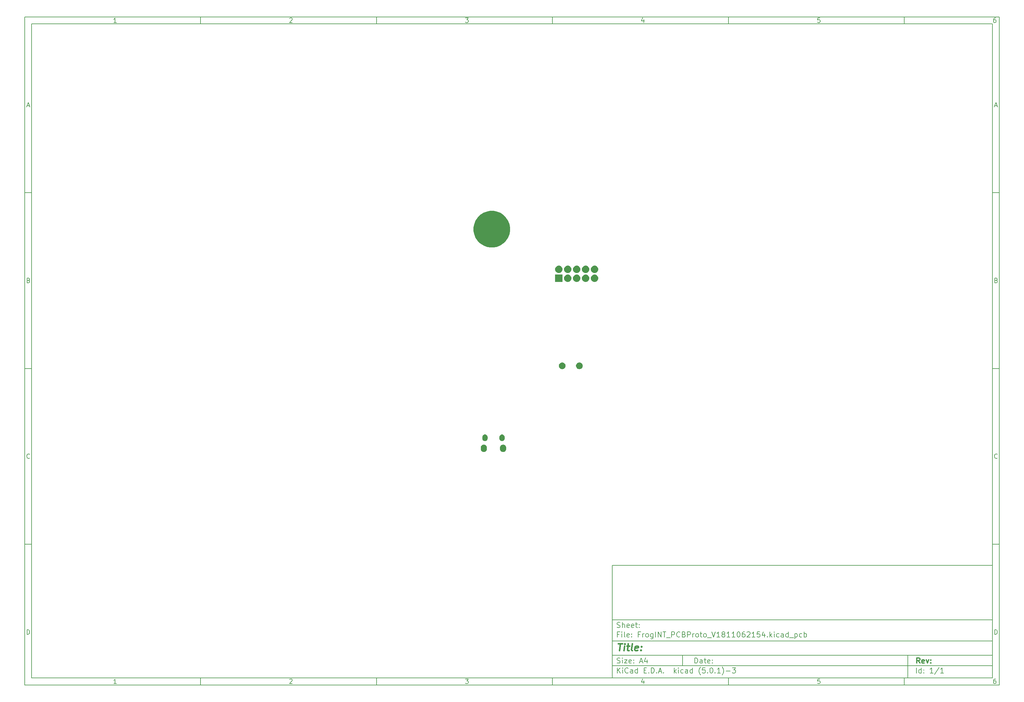
<source format=gbs>
G04 #@! TF.GenerationSoftware,KiCad,Pcbnew,(5.0.1)-3*
G04 #@! TF.CreationDate,2019-01-21T14:12:36+01:00*
G04 #@! TF.ProjectId,FrogINT_PCBProto_V1811062154,46726F67494E545F50434250726F746F,rev?*
G04 #@! TF.SameCoordinates,Original*
G04 #@! TF.FileFunction,Soldermask,Bot*
G04 #@! TF.FilePolarity,Negative*
%FSLAX46Y46*%
G04 Gerber Fmt 4.6, Leading zero omitted, Abs format (unit mm)*
G04 Created by KiCad (PCBNEW (5.0.1)-3) date 21/01/2019 14:12:36*
%MOMM*%
%LPD*%
G01*
G04 APERTURE LIST*
%ADD10C,0.100000*%
%ADD11C,0.150000*%
%ADD12C,0.300000*%
%ADD13C,0.400000*%
G04 APERTURE END LIST*
D10*
D11*
X177002200Y-166007200D02*
X177002200Y-198007200D01*
X285002200Y-198007200D01*
X285002200Y-166007200D01*
X177002200Y-166007200D01*
D10*
D11*
X10000000Y-10000000D02*
X10000000Y-200007200D01*
X287002200Y-200007200D01*
X287002200Y-10000000D01*
X10000000Y-10000000D01*
D10*
D11*
X12000000Y-12000000D02*
X12000000Y-198007200D01*
X285002200Y-198007200D01*
X285002200Y-12000000D01*
X12000000Y-12000000D01*
D10*
D11*
X60000000Y-12000000D02*
X60000000Y-10000000D01*
D10*
D11*
X110000000Y-12000000D02*
X110000000Y-10000000D01*
D10*
D11*
X160000000Y-12000000D02*
X160000000Y-10000000D01*
D10*
D11*
X210000000Y-12000000D02*
X210000000Y-10000000D01*
D10*
D11*
X260000000Y-12000000D02*
X260000000Y-10000000D01*
D10*
D11*
X36065476Y-11588095D02*
X35322619Y-11588095D01*
X35694047Y-11588095D02*
X35694047Y-10288095D01*
X35570238Y-10473809D01*
X35446428Y-10597619D01*
X35322619Y-10659523D01*
D10*
D11*
X85322619Y-10411904D02*
X85384523Y-10350000D01*
X85508333Y-10288095D01*
X85817857Y-10288095D01*
X85941666Y-10350000D01*
X86003571Y-10411904D01*
X86065476Y-10535714D01*
X86065476Y-10659523D01*
X86003571Y-10845238D01*
X85260714Y-11588095D01*
X86065476Y-11588095D01*
D10*
D11*
X135260714Y-10288095D02*
X136065476Y-10288095D01*
X135632142Y-10783333D01*
X135817857Y-10783333D01*
X135941666Y-10845238D01*
X136003571Y-10907142D01*
X136065476Y-11030952D01*
X136065476Y-11340476D01*
X136003571Y-11464285D01*
X135941666Y-11526190D01*
X135817857Y-11588095D01*
X135446428Y-11588095D01*
X135322619Y-11526190D01*
X135260714Y-11464285D01*
D10*
D11*
X185941666Y-10721428D02*
X185941666Y-11588095D01*
X185632142Y-10226190D02*
X185322619Y-11154761D01*
X186127380Y-11154761D01*
D10*
D11*
X236003571Y-10288095D02*
X235384523Y-10288095D01*
X235322619Y-10907142D01*
X235384523Y-10845238D01*
X235508333Y-10783333D01*
X235817857Y-10783333D01*
X235941666Y-10845238D01*
X236003571Y-10907142D01*
X236065476Y-11030952D01*
X236065476Y-11340476D01*
X236003571Y-11464285D01*
X235941666Y-11526190D01*
X235817857Y-11588095D01*
X235508333Y-11588095D01*
X235384523Y-11526190D01*
X235322619Y-11464285D01*
D10*
D11*
X285941666Y-10288095D02*
X285694047Y-10288095D01*
X285570238Y-10350000D01*
X285508333Y-10411904D01*
X285384523Y-10597619D01*
X285322619Y-10845238D01*
X285322619Y-11340476D01*
X285384523Y-11464285D01*
X285446428Y-11526190D01*
X285570238Y-11588095D01*
X285817857Y-11588095D01*
X285941666Y-11526190D01*
X286003571Y-11464285D01*
X286065476Y-11340476D01*
X286065476Y-11030952D01*
X286003571Y-10907142D01*
X285941666Y-10845238D01*
X285817857Y-10783333D01*
X285570238Y-10783333D01*
X285446428Y-10845238D01*
X285384523Y-10907142D01*
X285322619Y-11030952D01*
D10*
D11*
X60000000Y-198007200D02*
X60000000Y-200007200D01*
D10*
D11*
X110000000Y-198007200D02*
X110000000Y-200007200D01*
D10*
D11*
X160000000Y-198007200D02*
X160000000Y-200007200D01*
D10*
D11*
X210000000Y-198007200D02*
X210000000Y-200007200D01*
D10*
D11*
X260000000Y-198007200D02*
X260000000Y-200007200D01*
D10*
D11*
X36065476Y-199595295D02*
X35322619Y-199595295D01*
X35694047Y-199595295D02*
X35694047Y-198295295D01*
X35570238Y-198481009D01*
X35446428Y-198604819D01*
X35322619Y-198666723D01*
D10*
D11*
X85322619Y-198419104D02*
X85384523Y-198357200D01*
X85508333Y-198295295D01*
X85817857Y-198295295D01*
X85941666Y-198357200D01*
X86003571Y-198419104D01*
X86065476Y-198542914D01*
X86065476Y-198666723D01*
X86003571Y-198852438D01*
X85260714Y-199595295D01*
X86065476Y-199595295D01*
D10*
D11*
X135260714Y-198295295D02*
X136065476Y-198295295D01*
X135632142Y-198790533D01*
X135817857Y-198790533D01*
X135941666Y-198852438D01*
X136003571Y-198914342D01*
X136065476Y-199038152D01*
X136065476Y-199347676D01*
X136003571Y-199471485D01*
X135941666Y-199533390D01*
X135817857Y-199595295D01*
X135446428Y-199595295D01*
X135322619Y-199533390D01*
X135260714Y-199471485D01*
D10*
D11*
X185941666Y-198728628D02*
X185941666Y-199595295D01*
X185632142Y-198233390D02*
X185322619Y-199161961D01*
X186127380Y-199161961D01*
D10*
D11*
X236003571Y-198295295D02*
X235384523Y-198295295D01*
X235322619Y-198914342D01*
X235384523Y-198852438D01*
X235508333Y-198790533D01*
X235817857Y-198790533D01*
X235941666Y-198852438D01*
X236003571Y-198914342D01*
X236065476Y-199038152D01*
X236065476Y-199347676D01*
X236003571Y-199471485D01*
X235941666Y-199533390D01*
X235817857Y-199595295D01*
X235508333Y-199595295D01*
X235384523Y-199533390D01*
X235322619Y-199471485D01*
D10*
D11*
X285941666Y-198295295D02*
X285694047Y-198295295D01*
X285570238Y-198357200D01*
X285508333Y-198419104D01*
X285384523Y-198604819D01*
X285322619Y-198852438D01*
X285322619Y-199347676D01*
X285384523Y-199471485D01*
X285446428Y-199533390D01*
X285570238Y-199595295D01*
X285817857Y-199595295D01*
X285941666Y-199533390D01*
X286003571Y-199471485D01*
X286065476Y-199347676D01*
X286065476Y-199038152D01*
X286003571Y-198914342D01*
X285941666Y-198852438D01*
X285817857Y-198790533D01*
X285570238Y-198790533D01*
X285446428Y-198852438D01*
X285384523Y-198914342D01*
X285322619Y-199038152D01*
D10*
D11*
X10000000Y-60000000D02*
X12000000Y-60000000D01*
D10*
D11*
X10000000Y-110000000D02*
X12000000Y-110000000D01*
D10*
D11*
X10000000Y-160000000D02*
X12000000Y-160000000D01*
D10*
D11*
X10690476Y-35216666D02*
X11309523Y-35216666D01*
X10566666Y-35588095D02*
X11000000Y-34288095D01*
X11433333Y-35588095D01*
D10*
D11*
X11092857Y-84907142D02*
X11278571Y-84969047D01*
X11340476Y-85030952D01*
X11402380Y-85154761D01*
X11402380Y-85340476D01*
X11340476Y-85464285D01*
X11278571Y-85526190D01*
X11154761Y-85588095D01*
X10659523Y-85588095D01*
X10659523Y-84288095D01*
X11092857Y-84288095D01*
X11216666Y-84350000D01*
X11278571Y-84411904D01*
X11340476Y-84535714D01*
X11340476Y-84659523D01*
X11278571Y-84783333D01*
X11216666Y-84845238D01*
X11092857Y-84907142D01*
X10659523Y-84907142D01*
D10*
D11*
X11402380Y-135464285D02*
X11340476Y-135526190D01*
X11154761Y-135588095D01*
X11030952Y-135588095D01*
X10845238Y-135526190D01*
X10721428Y-135402380D01*
X10659523Y-135278571D01*
X10597619Y-135030952D01*
X10597619Y-134845238D01*
X10659523Y-134597619D01*
X10721428Y-134473809D01*
X10845238Y-134350000D01*
X11030952Y-134288095D01*
X11154761Y-134288095D01*
X11340476Y-134350000D01*
X11402380Y-134411904D01*
D10*
D11*
X10659523Y-185588095D02*
X10659523Y-184288095D01*
X10969047Y-184288095D01*
X11154761Y-184350000D01*
X11278571Y-184473809D01*
X11340476Y-184597619D01*
X11402380Y-184845238D01*
X11402380Y-185030952D01*
X11340476Y-185278571D01*
X11278571Y-185402380D01*
X11154761Y-185526190D01*
X10969047Y-185588095D01*
X10659523Y-185588095D01*
D10*
D11*
X287002200Y-60000000D02*
X285002200Y-60000000D01*
D10*
D11*
X287002200Y-110000000D02*
X285002200Y-110000000D01*
D10*
D11*
X287002200Y-160000000D02*
X285002200Y-160000000D01*
D10*
D11*
X285692676Y-35216666D02*
X286311723Y-35216666D01*
X285568866Y-35588095D02*
X286002200Y-34288095D01*
X286435533Y-35588095D01*
D10*
D11*
X286095057Y-84907142D02*
X286280771Y-84969047D01*
X286342676Y-85030952D01*
X286404580Y-85154761D01*
X286404580Y-85340476D01*
X286342676Y-85464285D01*
X286280771Y-85526190D01*
X286156961Y-85588095D01*
X285661723Y-85588095D01*
X285661723Y-84288095D01*
X286095057Y-84288095D01*
X286218866Y-84350000D01*
X286280771Y-84411904D01*
X286342676Y-84535714D01*
X286342676Y-84659523D01*
X286280771Y-84783333D01*
X286218866Y-84845238D01*
X286095057Y-84907142D01*
X285661723Y-84907142D01*
D10*
D11*
X286404580Y-135464285D02*
X286342676Y-135526190D01*
X286156961Y-135588095D01*
X286033152Y-135588095D01*
X285847438Y-135526190D01*
X285723628Y-135402380D01*
X285661723Y-135278571D01*
X285599819Y-135030952D01*
X285599819Y-134845238D01*
X285661723Y-134597619D01*
X285723628Y-134473809D01*
X285847438Y-134350000D01*
X286033152Y-134288095D01*
X286156961Y-134288095D01*
X286342676Y-134350000D01*
X286404580Y-134411904D01*
D10*
D11*
X285661723Y-185588095D02*
X285661723Y-184288095D01*
X285971247Y-184288095D01*
X286156961Y-184350000D01*
X286280771Y-184473809D01*
X286342676Y-184597619D01*
X286404580Y-184845238D01*
X286404580Y-185030952D01*
X286342676Y-185278571D01*
X286280771Y-185402380D01*
X286156961Y-185526190D01*
X285971247Y-185588095D01*
X285661723Y-185588095D01*
D10*
D11*
X200434342Y-193785771D02*
X200434342Y-192285771D01*
X200791485Y-192285771D01*
X201005771Y-192357200D01*
X201148628Y-192500057D01*
X201220057Y-192642914D01*
X201291485Y-192928628D01*
X201291485Y-193142914D01*
X201220057Y-193428628D01*
X201148628Y-193571485D01*
X201005771Y-193714342D01*
X200791485Y-193785771D01*
X200434342Y-193785771D01*
X202577200Y-193785771D02*
X202577200Y-193000057D01*
X202505771Y-192857200D01*
X202362914Y-192785771D01*
X202077200Y-192785771D01*
X201934342Y-192857200D01*
X202577200Y-193714342D02*
X202434342Y-193785771D01*
X202077200Y-193785771D01*
X201934342Y-193714342D01*
X201862914Y-193571485D01*
X201862914Y-193428628D01*
X201934342Y-193285771D01*
X202077200Y-193214342D01*
X202434342Y-193214342D01*
X202577200Y-193142914D01*
X203077200Y-192785771D02*
X203648628Y-192785771D01*
X203291485Y-192285771D02*
X203291485Y-193571485D01*
X203362914Y-193714342D01*
X203505771Y-193785771D01*
X203648628Y-193785771D01*
X204720057Y-193714342D02*
X204577200Y-193785771D01*
X204291485Y-193785771D01*
X204148628Y-193714342D01*
X204077200Y-193571485D01*
X204077200Y-193000057D01*
X204148628Y-192857200D01*
X204291485Y-192785771D01*
X204577200Y-192785771D01*
X204720057Y-192857200D01*
X204791485Y-193000057D01*
X204791485Y-193142914D01*
X204077200Y-193285771D01*
X205434342Y-193642914D02*
X205505771Y-193714342D01*
X205434342Y-193785771D01*
X205362914Y-193714342D01*
X205434342Y-193642914D01*
X205434342Y-193785771D01*
X205434342Y-192857200D02*
X205505771Y-192928628D01*
X205434342Y-193000057D01*
X205362914Y-192928628D01*
X205434342Y-192857200D01*
X205434342Y-193000057D01*
D10*
D11*
X177002200Y-194507200D02*
X285002200Y-194507200D01*
D10*
D11*
X178434342Y-196585771D02*
X178434342Y-195085771D01*
X179291485Y-196585771D02*
X178648628Y-195728628D01*
X179291485Y-195085771D02*
X178434342Y-195942914D01*
X179934342Y-196585771D02*
X179934342Y-195585771D01*
X179934342Y-195085771D02*
X179862914Y-195157200D01*
X179934342Y-195228628D01*
X180005771Y-195157200D01*
X179934342Y-195085771D01*
X179934342Y-195228628D01*
X181505771Y-196442914D02*
X181434342Y-196514342D01*
X181220057Y-196585771D01*
X181077200Y-196585771D01*
X180862914Y-196514342D01*
X180720057Y-196371485D01*
X180648628Y-196228628D01*
X180577200Y-195942914D01*
X180577200Y-195728628D01*
X180648628Y-195442914D01*
X180720057Y-195300057D01*
X180862914Y-195157200D01*
X181077200Y-195085771D01*
X181220057Y-195085771D01*
X181434342Y-195157200D01*
X181505771Y-195228628D01*
X182791485Y-196585771D02*
X182791485Y-195800057D01*
X182720057Y-195657200D01*
X182577200Y-195585771D01*
X182291485Y-195585771D01*
X182148628Y-195657200D01*
X182791485Y-196514342D02*
X182648628Y-196585771D01*
X182291485Y-196585771D01*
X182148628Y-196514342D01*
X182077200Y-196371485D01*
X182077200Y-196228628D01*
X182148628Y-196085771D01*
X182291485Y-196014342D01*
X182648628Y-196014342D01*
X182791485Y-195942914D01*
X184148628Y-196585771D02*
X184148628Y-195085771D01*
X184148628Y-196514342D02*
X184005771Y-196585771D01*
X183720057Y-196585771D01*
X183577200Y-196514342D01*
X183505771Y-196442914D01*
X183434342Y-196300057D01*
X183434342Y-195871485D01*
X183505771Y-195728628D01*
X183577200Y-195657200D01*
X183720057Y-195585771D01*
X184005771Y-195585771D01*
X184148628Y-195657200D01*
X186005771Y-195800057D02*
X186505771Y-195800057D01*
X186720057Y-196585771D02*
X186005771Y-196585771D01*
X186005771Y-195085771D01*
X186720057Y-195085771D01*
X187362914Y-196442914D02*
X187434342Y-196514342D01*
X187362914Y-196585771D01*
X187291485Y-196514342D01*
X187362914Y-196442914D01*
X187362914Y-196585771D01*
X188077200Y-196585771D02*
X188077200Y-195085771D01*
X188434342Y-195085771D01*
X188648628Y-195157200D01*
X188791485Y-195300057D01*
X188862914Y-195442914D01*
X188934342Y-195728628D01*
X188934342Y-195942914D01*
X188862914Y-196228628D01*
X188791485Y-196371485D01*
X188648628Y-196514342D01*
X188434342Y-196585771D01*
X188077200Y-196585771D01*
X189577200Y-196442914D02*
X189648628Y-196514342D01*
X189577200Y-196585771D01*
X189505771Y-196514342D01*
X189577200Y-196442914D01*
X189577200Y-196585771D01*
X190220057Y-196157200D02*
X190934342Y-196157200D01*
X190077200Y-196585771D02*
X190577200Y-195085771D01*
X191077200Y-196585771D01*
X191577200Y-196442914D02*
X191648628Y-196514342D01*
X191577200Y-196585771D01*
X191505771Y-196514342D01*
X191577200Y-196442914D01*
X191577200Y-196585771D01*
X194577200Y-196585771D02*
X194577200Y-195085771D01*
X194720057Y-196014342D02*
X195148628Y-196585771D01*
X195148628Y-195585771D02*
X194577200Y-196157200D01*
X195791485Y-196585771D02*
X195791485Y-195585771D01*
X195791485Y-195085771D02*
X195720057Y-195157200D01*
X195791485Y-195228628D01*
X195862914Y-195157200D01*
X195791485Y-195085771D01*
X195791485Y-195228628D01*
X197148628Y-196514342D02*
X197005771Y-196585771D01*
X196720057Y-196585771D01*
X196577200Y-196514342D01*
X196505771Y-196442914D01*
X196434342Y-196300057D01*
X196434342Y-195871485D01*
X196505771Y-195728628D01*
X196577200Y-195657200D01*
X196720057Y-195585771D01*
X197005771Y-195585771D01*
X197148628Y-195657200D01*
X198434342Y-196585771D02*
X198434342Y-195800057D01*
X198362914Y-195657200D01*
X198220057Y-195585771D01*
X197934342Y-195585771D01*
X197791485Y-195657200D01*
X198434342Y-196514342D02*
X198291485Y-196585771D01*
X197934342Y-196585771D01*
X197791485Y-196514342D01*
X197720057Y-196371485D01*
X197720057Y-196228628D01*
X197791485Y-196085771D01*
X197934342Y-196014342D01*
X198291485Y-196014342D01*
X198434342Y-195942914D01*
X199791485Y-196585771D02*
X199791485Y-195085771D01*
X199791485Y-196514342D02*
X199648628Y-196585771D01*
X199362914Y-196585771D01*
X199220057Y-196514342D01*
X199148628Y-196442914D01*
X199077200Y-196300057D01*
X199077200Y-195871485D01*
X199148628Y-195728628D01*
X199220057Y-195657200D01*
X199362914Y-195585771D01*
X199648628Y-195585771D01*
X199791485Y-195657200D01*
X202077200Y-197157200D02*
X202005771Y-197085771D01*
X201862914Y-196871485D01*
X201791485Y-196728628D01*
X201720057Y-196514342D01*
X201648628Y-196157200D01*
X201648628Y-195871485D01*
X201720057Y-195514342D01*
X201791485Y-195300057D01*
X201862914Y-195157200D01*
X202005771Y-194942914D01*
X202077200Y-194871485D01*
X203362914Y-195085771D02*
X202648628Y-195085771D01*
X202577200Y-195800057D01*
X202648628Y-195728628D01*
X202791485Y-195657200D01*
X203148628Y-195657200D01*
X203291485Y-195728628D01*
X203362914Y-195800057D01*
X203434342Y-195942914D01*
X203434342Y-196300057D01*
X203362914Y-196442914D01*
X203291485Y-196514342D01*
X203148628Y-196585771D01*
X202791485Y-196585771D01*
X202648628Y-196514342D01*
X202577200Y-196442914D01*
X204077200Y-196442914D02*
X204148628Y-196514342D01*
X204077200Y-196585771D01*
X204005771Y-196514342D01*
X204077200Y-196442914D01*
X204077200Y-196585771D01*
X205077200Y-195085771D02*
X205220057Y-195085771D01*
X205362914Y-195157200D01*
X205434342Y-195228628D01*
X205505771Y-195371485D01*
X205577200Y-195657200D01*
X205577200Y-196014342D01*
X205505771Y-196300057D01*
X205434342Y-196442914D01*
X205362914Y-196514342D01*
X205220057Y-196585771D01*
X205077200Y-196585771D01*
X204934342Y-196514342D01*
X204862914Y-196442914D01*
X204791485Y-196300057D01*
X204720057Y-196014342D01*
X204720057Y-195657200D01*
X204791485Y-195371485D01*
X204862914Y-195228628D01*
X204934342Y-195157200D01*
X205077200Y-195085771D01*
X206220057Y-196442914D02*
X206291485Y-196514342D01*
X206220057Y-196585771D01*
X206148628Y-196514342D01*
X206220057Y-196442914D01*
X206220057Y-196585771D01*
X207720057Y-196585771D02*
X206862914Y-196585771D01*
X207291485Y-196585771D02*
X207291485Y-195085771D01*
X207148628Y-195300057D01*
X207005771Y-195442914D01*
X206862914Y-195514342D01*
X208220057Y-197157200D02*
X208291485Y-197085771D01*
X208434342Y-196871485D01*
X208505771Y-196728628D01*
X208577200Y-196514342D01*
X208648628Y-196157200D01*
X208648628Y-195871485D01*
X208577200Y-195514342D01*
X208505771Y-195300057D01*
X208434342Y-195157200D01*
X208291485Y-194942914D01*
X208220057Y-194871485D01*
X209362914Y-196014342D02*
X210505771Y-196014342D01*
X211077200Y-195085771D02*
X212005771Y-195085771D01*
X211505771Y-195657200D01*
X211720057Y-195657200D01*
X211862914Y-195728628D01*
X211934342Y-195800057D01*
X212005771Y-195942914D01*
X212005771Y-196300057D01*
X211934342Y-196442914D01*
X211862914Y-196514342D01*
X211720057Y-196585771D01*
X211291485Y-196585771D01*
X211148628Y-196514342D01*
X211077200Y-196442914D01*
D10*
D11*
X177002200Y-191507200D02*
X285002200Y-191507200D01*
D10*
D12*
X264411485Y-193785771D02*
X263911485Y-193071485D01*
X263554342Y-193785771D02*
X263554342Y-192285771D01*
X264125771Y-192285771D01*
X264268628Y-192357200D01*
X264340057Y-192428628D01*
X264411485Y-192571485D01*
X264411485Y-192785771D01*
X264340057Y-192928628D01*
X264268628Y-193000057D01*
X264125771Y-193071485D01*
X263554342Y-193071485D01*
X265625771Y-193714342D02*
X265482914Y-193785771D01*
X265197200Y-193785771D01*
X265054342Y-193714342D01*
X264982914Y-193571485D01*
X264982914Y-193000057D01*
X265054342Y-192857200D01*
X265197200Y-192785771D01*
X265482914Y-192785771D01*
X265625771Y-192857200D01*
X265697200Y-193000057D01*
X265697200Y-193142914D01*
X264982914Y-193285771D01*
X266197200Y-192785771D02*
X266554342Y-193785771D01*
X266911485Y-192785771D01*
X267482914Y-193642914D02*
X267554342Y-193714342D01*
X267482914Y-193785771D01*
X267411485Y-193714342D01*
X267482914Y-193642914D01*
X267482914Y-193785771D01*
X267482914Y-192857200D02*
X267554342Y-192928628D01*
X267482914Y-193000057D01*
X267411485Y-192928628D01*
X267482914Y-192857200D01*
X267482914Y-193000057D01*
D10*
D11*
X178362914Y-193714342D02*
X178577200Y-193785771D01*
X178934342Y-193785771D01*
X179077200Y-193714342D01*
X179148628Y-193642914D01*
X179220057Y-193500057D01*
X179220057Y-193357200D01*
X179148628Y-193214342D01*
X179077200Y-193142914D01*
X178934342Y-193071485D01*
X178648628Y-193000057D01*
X178505771Y-192928628D01*
X178434342Y-192857200D01*
X178362914Y-192714342D01*
X178362914Y-192571485D01*
X178434342Y-192428628D01*
X178505771Y-192357200D01*
X178648628Y-192285771D01*
X179005771Y-192285771D01*
X179220057Y-192357200D01*
X179862914Y-193785771D02*
X179862914Y-192785771D01*
X179862914Y-192285771D02*
X179791485Y-192357200D01*
X179862914Y-192428628D01*
X179934342Y-192357200D01*
X179862914Y-192285771D01*
X179862914Y-192428628D01*
X180434342Y-192785771D02*
X181220057Y-192785771D01*
X180434342Y-193785771D01*
X181220057Y-193785771D01*
X182362914Y-193714342D02*
X182220057Y-193785771D01*
X181934342Y-193785771D01*
X181791485Y-193714342D01*
X181720057Y-193571485D01*
X181720057Y-193000057D01*
X181791485Y-192857200D01*
X181934342Y-192785771D01*
X182220057Y-192785771D01*
X182362914Y-192857200D01*
X182434342Y-193000057D01*
X182434342Y-193142914D01*
X181720057Y-193285771D01*
X183077200Y-193642914D02*
X183148628Y-193714342D01*
X183077200Y-193785771D01*
X183005771Y-193714342D01*
X183077200Y-193642914D01*
X183077200Y-193785771D01*
X183077200Y-192857200D02*
X183148628Y-192928628D01*
X183077200Y-193000057D01*
X183005771Y-192928628D01*
X183077200Y-192857200D01*
X183077200Y-193000057D01*
X184862914Y-193357200D02*
X185577200Y-193357200D01*
X184720057Y-193785771D02*
X185220057Y-192285771D01*
X185720057Y-193785771D01*
X186862914Y-192785771D02*
X186862914Y-193785771D01*
X186505771Y-192214342D02*
X186148628Y-193285771D01*
X187077200Y-193285771D01*
D10*
D11*
X263434342Y-196585771D02*
X263434342Y-195085771D01*
X264791485Y-196585771D02*
X264791485Y-195085771D01*
X264791485Y-196514342D02*
X264648628Y-196585771D01*
X264362914Y-196585771D01*
X264220057Y-196514342D01*
X264148628Y-196442914D01*
X264077200Y-196300057D01*
X264077200Y-195871485D01*
X264148628Y-195728628D01*
X264220057Y-195657200D01*
X264362914Y-195585771D01*
X264648628Y-195585771D01*
X264791485Y-195657200D01*
X265505771Y-196442914D02*
X265577200Y-196514342D01*
X265505771Y-196585771D01*
X265434342Y-196514342D01*
X265505771Y-196442914D01*
X265505771Y-196585771D01*
X265505771Y-195657200D02*
X265577200Y-195728628D01*
X265505771Y-195800057D01*
X265434342Y-195728628D01*
X265505771Y-195657200D01*
X265505771Y-195800057D01*
X268148628Y-196585771D02*
X267291485Y-196585771D01*
X267720057Y-196585771D02*
X267720057Y-195085771D01*
X267577200Y-195300057D01*
X267434342Y-195442914D01*
X267291485Y-195514342D01*
X269862914Y-195014342D02*
X268577200Y-196942914D01*
X271148628Y-196585771D02*
X270291485Y-196585771D01*
X270720057Y-196585771D02*
X270720057Y-195085771D01*
X270577200Y-195300057D01*
X270434342Y-195442914D01*
X270291485Y-195514342D01*
D10*
D11*
X177002200Y-187507200D02*
X285002200Y-187507200D01*
D10*
D13*
X178714580Y-188211961D02*
X179857438Y-188211961D01*
X179036009Y-190211961D02*
X179286009Y-188211961D01*
X180274104Y-190211961D02*
X180440771Y-188878628D01*
X180524104Y-188211961D02*
X180416961Y-188307200D01*
X180500295Y-188402438D01*
X180607438Y-188307200D01*
X180524104Y-188211961D01*
X180500295Y-188402438D01*
X181107438Y-188878628D02*
X181869342Y-188878628D01*
X181476485Y-188211961D02*
X181262200Y-189926247D01*
X181333628Y-190116723D01*
X181512200Y-190211961D01*
X181702676Y-190211961D01*
X182655057Y-190211961D02*
X182476485Y-190116723D01*
X182405057Y-189926247D01*
X182619342Y-188211961D01*
X184190771Y-190116723D02*
X183988390Y-190211961D01*
X183607438Y-190211961D01*
X183428866Y-190116723D01*
X183357438Y-189926247D01*
X183452676Y-189164342D01*
X183571723Y-188973866D01*
X183774104Y-188878628D01*
X184155057Y-188878628D01*
X184333628Y-188973866D01*
X184405057Y-189164342D01*
X184381247Y-189354819D01*
X183405057Y-189545295D01*
X185155057Y-190021485D02*
X185238390Y-190116723D01*
X185131247Y-190211961D01*
X185047914Y-190116723D01*
X185155057Y-190021485D01*
X185131247Y-190211961D01*
X185286009Y-188973866D02*
X185369342Y-189069104D01*
X185262200Y-189164342D01*
X185178866Y-189069104D01*
X185286009Y-188973866D01*
X185262200Y-189164342D01*
D10*
D11*
X178934342Y-185600057D02*
X178434342Y-185600057D01*
X178434342Y-186385771D02*
X178434342Y-184885771D01*
X179148628Y-184885771D01*
X179720057Y-186385771D02*
X179720057Y-185385771D01*
X179720057Y-184885771D02*
X179648628Y-184957200D01*
X179720057Y-185028628D01*
X179791485Y-184957200D01*
X179720057Y-184885771D01*
X179720057Y-185028628D01*
X180648628Y-186385771D02*
X180505771Y-186314342D01*
X180434342Y-186171485D01*
X180434342Y-184885771D01*
X181791485Y-186314342D02*
X181648628Y-186385771D01*
X181362914Y-186385771D01*
X181220057Y-186314342D01*
X181148628Y-186171485D01*
X181148628Y-185600057D01*
X181220057Y-185457200D01*
X181362914Y-185385771D01*
X181648628Y-185385771D01*
X181791485Y-185457200D01*
X181862914Y-185600057D01*
X181862914Y-185742914D01*
X181148628Y-185885771D01*
X182505771Y-186242914D02*
X182577200Y-186314342D01*
X182505771Y-186385771D01*
X182434342Y-186314342D01*
X182505771Y-186242914D01*
X182505771Y-186385771D01*
X182505771Y-185457200D02*
X182577200Y-185528628D01*
X182505771Y-185600057D01*
X182434342Y-185528628D01*
X182505771Y-185457200D01*
X182505771Y-185600057D01*
X184862914Y-185600057D02*
X184362914Y-185600057D01*
X184362914Y-186385771D02*
X184362914Y-184885771D01*
X185077200Y-184885771D01*
X185648628Y-186385771D02*
X185648628Y-185385771D01*
X185648628Y-185671485D02*
X185720057Y-185528628D01*
X185791485Y-185457200D01*
X185934342Y-185385771D01*
X186077200Y-185385771D01*
X186791485Y-186385771D02*
X186648628Y-186314342D01*
X186577200Y-186242914D01*
X186505771Y-186100057D01*
X186505771Y-185671485D01*
X186577200Y-185528628D01*
X186648628Y-185457200D01*
X186791485Y-185385771D01*
X187005771Y-185385771D01*
X187148628Y-185457200D01*
X187220057Y-185528628D01*
X187291485Y-185671485D01*
X187291485Y-186100057D01*
X187220057Y-186242914D01*
X187148628Y-186314342D01*
X187005771Y-186385771D01*
X186791485Y-186385771D01*
X188577200Y-185385771D02*
X188577200Y-186600057D01*
X188505771Y-186742914D01*
X188434342Y-186814342D01*
X188291485Y-186885771D01*
X188077200Y-186885771D01*
X187934342Y-186814342D01*
X188577200Y-186314342D02*
X188434342Y-186385771D01*
X188148628Y-186385771D01*
X188005771Y-186314342D01*
X187934342Y-186242914D01*
X187862914Y-186100057D01*
X187862914Y-185671485D01*
X187934342Y-185528628D01*
X188005771Y-185457200D01*
X188148628Y-185385771D01*
X188434342Y-185385771D01*
X188577200Y-185457200D01*
X189291485Y-186385771D02*
X189291485Y-184885771D01*
X190005771Y-186385771D02*
X190005771Y-184885771D01*
X190862914Y-186385771D01*
X190862914Y-184885771D01*
X191362914Y-184885771D02*
X192220057Y-184885771D01*
X191791485Y-186385771D02*
X191791485Y-184885771D01*
X192362914Y-186528628D02*
X193505771Y-186528628D01*
X193862914Y-186385771D02*
X193862914Y-184885771D01*
X194434342Y-184885771D01*
X194577200Y-184957200D01*
X194648628Y-185028628D01*
X194720057Y-185171485D01*
X194720057Y-185385771D01*
X194648628Y-185528628D01*
X194577200Y-185600057D01*
X194434342Y-185671485D01*
X193862914Y-185671485D01*
X196220057Y-186242914D02*
X196148628Y-186314342D01*
X195934342Y-186385771D01*
X195791485Y-186385771D01*
X195577200Y-186314342D01*
X195434342Y-186171485D01*
X195362914Y-186028628D01*
X195291485Y-185742914D01*
X195291485Y-185528628D01*
X195362914Y-185242914D01*
X195434342Y-185100057D01*
X195577200Y-184957200D01*
X195791485Y-184885771D01*
X195934342Y-184885771D01*
X196148628Y-184957200D01*
X196220057Y-185028628D01*
X197362914Y-185600057D02*
X197577200Y-185671485D01*
X197648628Y-185742914D01*
X197720057Y-185885771D01*
X197720057Y-186100057D01*
X197648628Y-186242914D01*
X197577200Y-186314342D01*
X197434342Y-186385771D01*
X196862914Y-186385771D01*
X196862914Y-184885771D01*
X197362914Y-184885771D01*
X197505771Y-184957200D01*
X197577200Y-185028628D01*
X197648628Y-185171485D01*
X197648628Y-185314342D01*
X197577200Y-185457200D01*
X197505771Y-185528628D01*
X197362914Y-185600057D01*
X196862914Y-185600057D01*
X198362914Y-186385771D02*
X198362914Y-184885771D01*
X198934342Y-184885771D01*
X199077200Y-184957200D01*
X199148628Y-185028628D01*
X199220057Y-185171485D01*
X199220057Y-185385771D01*
X199148628Y-185528628D01*
X199077200Y-185600057D01*
X198934342Y-185671485D01*
X198362914Y-185671485D01*
X199862914Y-186385771D02*
X199862914Y-185385771D01*
X199862914Y-185671485D02*
X199934342Y-185528628D01*
X200005771Y-185457200D01*
X200148628Y-185385771D01*
X200291485Y-185385771D01*
X201005771Y-186385771D02*
X200862914Y-186314342D01*
X200791485Y-186242914D01*
X200720057Y-186100057D01*
X200720057Y-185671485D01*
X200791485Y-185528628D01*
X200862914Y-185457200D01*
X201005771Y-185385771D01*
X201220057Y-185385771D01*
X201362914Y-185457200D01*
X201434342Y-185528628D01*
X201505771Y-185671485D01*
X201505771Y-186100057D01*
X201434342Y-186242914D01*
X201362914Y-186314342D01*
X201220057Y-186385771D01*
X201005771Y-186385771D01*
X201934342Y-185385771D02*
X202505771Y-185385771D01*
X202148628Y-184885771D02*
X202148628Y-186171485D01*
X202220057Y-186314342D01*
X202362914Y-186385771D01*
X202505771Y-186385771D01*
X203220057Y-186385771D02*
X203077200Y-186314342D01*
X203005771Y-186242914D01*
X202934342Y-186100057D01*
X202934342Y-185671485D01*
X203005771Y-185528628D01*
X203077200Y-185457200D01*
X203220057Y-185385771D01*
X203434342Y-185385771D01*
X203577200Y-185457200D01*
X203648628Y-185528628D01*
X203720057Y-185671485D01*
X203720057Y-186100057D01*
X203648628Y-186242914D01*
X203577200Y-186314342D01*
X203434342Y-186385771D01*
X203220057Y-186385771D01*
X204005771Y-186528628D02*
X205148628Y-186528628D01*
X205291485Y-184885771D02*
X205791485Y-186385771D01*
X206291485Y-184885771D01*
X207577200Y-186385771D02*
X206720057Y-186385771D01*
X207148628Y-186385771D02*
X207148628Y-184885771D01*
X207005771Y-185100057D01*
X206862914Y-185242914D01*
X206720057Y-185314342D01*
X208434342Y-185528628D02*
X208291485Y-185457200D01*
X208220057Y-185385771D01*
X208148628Y-185242914D01*
X208148628Y-185171485D01*
X208220057Y-185028628D01*
X208291485Y-184957200D01*
X208434342Y-184885771D01*
X208720057Y-184885771D01*
X208862914Y-184957200D01*
X208934342Y-185028628D01*
X209005771Y-185171485D01*
X209005771Y-185242914D01*
X208934342Y-185385771D01*
X208862914Y-185457200D01*
X208720057Y-185528628D01*
X208434342Y-185528628D01*
X208291485Y-185600057D01*
X208220057Y-185671485D01*
X208148628Y-185814342D01*
X208148628Y-186100057D01*
X208220057Y-186242914D01*
X208291485Y-186314342D01*
X208434342Y-186385771D01*
X208720057Y-186385771D01*
X208862914Y-186314342D01*
X208934342Y-186242914D01*
X209005771Y-186100057D01*
X209005771Y-185814342D01*
X208934342Y-185671485D01*
X208862914Y-185600057D01*
X208720057Y-185528628D01*
X210434342Y-186385771D02*
X209577200Y-186385771D01*
X210005771Y-186385771D02*
X210005771Y-184885771D01*
X209862914Y-185100057D01*
X209720057Y-185242914D01*
X209577200Y-185314342D01*
X211862914Y-186385771D02*
X211005771Y-186385771D01*
X211434342Y-186385771D02*
X211434342Y-184885771D01*
X211291485Y-185100057D01*
X211148628Y-185242914D01*
X211005771Y-185314342D01*
X212791485Y-184885771D02*
X212934342Y-184885771D01*
X213077200Y-184957200D01*
X213148628Y-185028628D01*
X213220057Y-185171485D01*
X213291485Y-185457200D01*
X213291485Y-185814342D01*
X213220057Y-186100057D01*
X213148628Y-186242914D01*
X213077200Y-186314342D01*
X212934342Y-186385771D01*
X212791485Y-186385771D01*
X212648628Y-186314342D01*
X212577200Y-186242914D01*
X212505771Y-186100057D01*
X212434342Y-185814342D01*
X212434342Y-185457200D01*
X212505771Y-185171485D01*
X212577200Y-185028628D01*
X212648628Y-184957200D01*
X212791485Y-184885771D01*
X214577200Y-184885771D02*
X214291485Y-184885771D01*
X214148628Y-184957200D01*
X214077200Y-185028628D01*
X213934342Y-185242914D01*
X213862914Y-185528628D01*
X213862914Y-186100057D01*
X213934342Y-186242914D01*
X214005771Y-186314342D01*
X214148628Y-186385771D01*
X214434342Y-186385771D01*
X214577200Y-186314342D01*
X214648628Y-186242914D01*
X214720057Y-186100057D01*
X214720057Y-185742914D01*
X214648628Y-185600057D01*
X214577200Y-185528628D01*
X214434342Y-185457200D01*
X214148628Y-185457200D01*
X214005771Y-185528628D01*
X213934342Y-185600057D01*
X213862914Y-185742914D01*
X215291485Y-185028628D02*
X215362914Y-184957200D01*
X215505771Y-184885771D01*
X215862914Y-184885771D01*
X216005771Y-184957200D01*
X216077200Y-185028628D01*
X216148628Y-185171485D01*
X216148628Y-185314342D01*
X216077200Y-185528628D01*
X215220057Y-186385771D01*
X216148628Y-186385771D01*
X217577200Y-186385771D02*
X216720057Y-186385771D01*
X217148628Y-186385771D02*
X217148628Y-184885771D01*
X217005771Y-185100057D01*
X216862914Y-185242914D01*
X216720057Y-185314342D01*
X218934342Y-184885771D02*
X218220057Y-184885771D01*
X218148628Y-185600057D01*
X218220057Y-185528628D01*
X218362914Y-185457200D01*
X218720057Y-185457200D01*
X218862914Y-185528628D01*
X218934342Y-185600057D01*
X219005771Y-185742914D01*
X219005771Y-186100057D01*
X218934342Y-186242914D01*
X218862914Y-186314342D01*
X218720057Y-186385771D01*
X218362914Y-186385771D01*
X218220057Y-186314342D01*
X218148628Y-186242914D01*
X220291485Y-185385771D02*
X220291485Y-186385771D01*
X219934342Y-184814342D02*
X219577200Y-185885771D01*
X220505771Y-185885771D01*
X221077200Y-186242914D02*
X221148628Y-186314342D01*
X221077200Y-186385771D01*
X221005771Y-186314342D01*
X221077200Y-186242914D01*
X221077200Y-186385771D01*
X221791485Y-186385771D02*
X221791485Y-184885771D01*
X221934342Y-185814342D02*
X222362914Y-186385771D01*
X222362914Y-185385771D02*
X221791485Y-185957200D01*
X223005771Y-186385771D02*
X223005771Y-185385771D01*
X223005771Y-184885771D02*
X222934342Y-184957200D01*
X223005771Y-185028628D01*
X223077200Y-184957200D01*
X223005771Y-184885771D01*
X223005771Y-185028628D01*
X224362914Y-186314342D02*
X224220057Y-186385771D01*
X223934342Y-186385771D01*
X223791485Y-186314342D01*
X223720057Y-186242914D01*
X223648628Y-186100057D01*
X223648628Y-185671485D01*
X223720057Y-185528628D01*
X223791485Y-185457200D01*
X223934342Y-185385771D01*
X224220057Y-185385771D01*
X224362914Y-185457200D01*
X225648628Y-186385771D02*
X225648628Y-185600057D01*
X225577200Y-185457200D01*
X225434342Y-185385771D01*
X225148628Y-185385771D01*
X225005771Y-185457200D01*
X225648628Y-186314342D02*
X225505771Y-186385771D01*
X225148628Y-186385771D01*
X225005771Y-186314342D01*
X224934342Y-186171485D01*
X224934342Y-186028628D01*
X225005771Y-185885771D01*
X225148628Y-185814342D01*
X225505771Y-185814342D01*
X225648628Y-185742914D01*
X227005771Y-186385771D02*
X227005771Y-184885771D01*
X227005771Y-186314342D02*
X226862914Y-186385771D01*
X226577200Y-186385771D01*
X226434342Y-186314342D01*
X226362914Y-186242914D01*
X226291485Y-186100057D01*
X226291485Y-185671485D01*
X226362914Y-185528628D01*
X226434342Y-185457200D01*
X226577200Y-185385771D01*
X226862914Y-185385771D01*
X227005771Y-185457200D01*
X227362914Y-186528628D02*
X228505771Y-186528628D01*
X228862914Y-185385771D02*
X228862914Y-186885771D01*
X228862914Y-185457200D02*
X229005771Y-185385771D01*
X229291485Y-185385771D01*
X229434342Y-185457200D01*
X229505771Y-185528628D01*
X229577200Y-185671485D01*
X229577200Y-186100057D01*
X229505771Y-186242914D01*
X229434342Y-186314342D01*
X229291485Y-186385771D01*
X229005771Y-186385771D01*
X228862914Y-186314342D01*
X230862914Y-186314342D02*
X230720057Y-186385771D01*
X230434342Y-186385771D01*
X230291485Y-186314342D01*
X230220057Y-186242914D01*
X230148628Y-186100057D01*
X230148628Y-185671485D01*
X230220057Y-185528628D01*
X230291485Y-185457200D01*
X230434342Y-185385771D01*
X230720057Y-185385771D01*
X230862914Y-185457200D01*
X231505771Y-186385771D02*
X231505771Y-184885771D01*
X231505771Y-185457200D02*
X231648628Y-185385771D01*
X231934342Y-185385771D01*
X232077200Y-185457200D01*
X232148628Y-185528628D01*
X232220057Y-185671485D01*
X232220057Y-186100057D01*
X232148628Y-186242914D01*
X232077200Y-186314342D01*
X231934342Y-186385771D01*
X231648628Y-186385771D01*
X231505771Y-186314342D01*
D10*
D11*
X177002200Y-181507200D02*
X285002200Y-181507200D01*
D10*
D11*
X178362914Y-183614342D02*
X178577200Y-183685771D01*
X178934342Y-183685771D01*
X179077200Y-183614342D01*
X179148628Y-183542914D01*
X179220057Y-183400057D01*
X179220057Y-183257200D01*
X179148628Y-183114342D01*
X179077200Y-183042914D01*
X178934342Y-182971485D01*
X178648628Y-182900057D01*
X178505771Y-182828628D01*
X178434342Y-182757200D01*
X178362914Y-182614342D01*
X178362914Y-182471485D01*
X178434342Y-182328628D01*
X178505771Y-182257200D01*
X178648628Y-182185771D01*
X179005771Y-182185771D01*
X179220057Y-182257200D01*
X179862914Y-183685771D02*
X179862914Y-182185771D01*
X180505771Y-183685771D02*
X180505771Y-182900057D01*
X180434342Y-182757200D01*
X180291485Y-182685771D01*
X180077200Y-182685771D01*
X179934342Y-182757200D01*
X179862914Y-182828628D01*
X181791485Y-183614342D02*
X181648628Y-183685771D01*
X181362914Y-183685771D01*
X181220057Y-183614342D01*
X181148628Y-183471485D01*
X181148628Y-182900057D01*
X181220057Y-182757200D01*
X181362914Y-182685771D01*
X181648628Y-182685771D01*
X181791485Y-182757200D01*
X181862914Y-182900057D01*
X181862914Y-183042914D01*
X181148628Y-183185771D01*
X183077200Y-183614342D02*
X182934342Y-183685771D01*
X182648628Y-183685771D01*
X182505771Y-183614342D01*
X182434342Y-183471485D01*
X182434342Y-182900057D01*
X182505771Y-182757200D01*
X182648628Y-182685771D01*
X182934342Y-182685771D01*
X183077200Y-182757200D01*
X183148628Y-182900057D01*
X183148628Y-183042914D01*
X182434342Y-183185771D01*
X183577200Y-182685771D02*
X184148628Y-182685771D01*
X183791485Y-182185771D02*
X183791485Y-183471485D01*
X183862914Y-183614342D01*
X184005771Y-183685771D01*
X184148628Y-183685771D01*
X184648628Y-183542914D02*
X184720057Y-183614342D01*
X184648628Y-183685771D01*
X184577200Y-183614342D01*
X184648628Y-183542914D01*
X184648628Y-183685771D01*
X184648628Y-182757200D02*
X184720057Y-182828628D01*
X184648628Y-182900057D01*
X184577200Y-182828628D01*
X184648628Y-182757200D01*
X184648628Y-182900057D01*
D10*
D11*
X197002200Y-191507200D02*
X197002200Y-194507200D01*
D10*
D11*
X261002200Y-191507200D02*
X261002200Y-198007200D01*
D10*
G36*
X140672529Y-131649661D02*
X140794550Y-131686676D01*
X140837471Y-131699696D01*
X140989472Y-131780942D01*
X140989473Y-131780943D01*
X140989475Y-131780944D01*
X141122712Y-131890288D01*
X141232056Y-132023524D01*
X141286222Y-132124863D01*
X141313305Y-132175531D01*
X141329983Y-132230511D01*
X141363339Y-132340470D01*
X141376000Y-132469021D01*
X141376000Y-132904978D01*
X141363339Y-133033529D01*
X141329983Y-133143488D01*
X141313305Y-133198469D01*
X141286222Y-133249137D01*
X141232056Y-133350476D01*
X141122712Y-133483712D01*
X140989476Y-133593056D01*
X140888137Y-133647222D01*
X140837469Y-133674305D01*
X140782489Y-133690983D01*
X140672530Y-133724339D01*
X140501000Y-133741233D01*
X140329471Y-133724339D01*
X140219512Y-133690983D01*
X140164532Y-133674305D01*
X140113864Y-133647222D01*
X140012525Y-133593056D01*
X139879289Y-133483712D01*
X139879288Y-133483710D01*
X139879286Y-133483709D01*
X139845035Y-133441973D01*
X139769944Y-133350476D01*
X139710410Y-133239094D01*
X139688695Y-133198469D01*
X139672017Y-133143489D01*
X139638661Y-133033530D01*
X139626000Y-132904979D01*
X139626000Y-132469022D01*
X139638661Y-132340471D01*
X139688695Y-132175533D01*
X139688696Y-132175529D01*
X139769942Y-132023528D01*
X139769943Y-132023527D01*
X139769944Y-132023525D01*
X139879288Y-131890288D01*
X140012524Y-131780944D01*
X140113863Y-131726778D01*
X140164531Y-131699695D01*
X140219511Y-131683017D01*
X140329470Y-131649661D01*
X140501000Y-131632767D01*
X140672529Y-131649661D01*
X140672529Y-131649661D01*
G37*
G36*
X146132529Y-131649661D02*
X146254550Y-131686676D01*
X146297471Y-131699696D01*
X146449472Y-131780942D01*
X146449473Y-131780943D01*
X146449475Y-131780944D01*
X146582712Y-131890288D01*
X146692056Y-132023524D01*
X146746222Y-132124863D01*
X146773305Y-132175531D01*
X146789983Y-132230511D01*
X146823339Y-132340470D01*
X146836000Y-132469021D01*
X146836000Y-132904978D01*
X146823339Y-133033529D01*
X146789983Y-133143488D01*
X146773305Y-133198469D01*
X146746222Y-133249137D01*
X146692056Y-133350476D01*
X146582712Y-133483712D01*
X146449476Y-133593056D01*
X146348137Y-133647222D01*
X146297469Y-133674305D01*
X146242489Y-133690983D01*
X146132530Y-133724339D01*
X145961000Y-133741233D01*
X145789471Y-133724339D01*
X145679512Y-133690983D01*
X145624532Y-133674305D01*
X145573864Y-133647222D01*
X145472525Y-133593056D01*
X145339289Y-133483712D01*
X145339288Y-133483710D01*
X145339286Y-133483709D01*
X145305035Y-133441973D01*
X145229944Y-133350476D01*
X145170410Y-133239094D01*
X145148695Y-133198469D01*
X145132017Y-133143489D01*
X145098661Y-133033530D01*
X145086000Y-132904979D01*
X145086000Y-132469022D01*
X145098661Y-132340471D01*
X145148695Y-132175533D01*
X145148696Y-132175529D01*
X145229942Y-132023528D01*
X145229943Y-132023527D01*
X145229944Y-132023525D01*
X145339288Y-131890288D01*
X145472524Y-131780944D01*
X145573863Y-131726778D01*
X145624531Y-131699695D01*
X145679511Y-131683017D01*
X145789470Y-131649661D01*
X145961000Y-131632767D01*
X146132529Y-131649661D01*
X146132529Y-131649661D01*
G37*
G36*
X145798026Y-128747852D02*
X145939400Y-128790738D01*
X146069690Y-128860378D01*
X146183899Y-128954107D01*
X146277620Y-129068306D01*
X146347262Y-129198599D01*
X146390148Y-129339973D01*
X146401000Y-129450161D01*
X146401000Y-129923838D01*
X146390148Y-130034027D01*
X146347262Y-130175401D01*
X146277620Y-130305694D01*
X146183896Y-130419896D01*
X146069694Y-130513620D01*
X145939401Y-130583262D01*
X145798027Y-130626148D01*
X145651000Y-130640628D01*
X145503974Y-130626148D01*
X145362600Y-130583262D01*
X145232307Y-130513620D01*
X145118107Y-130419898D01*
X145024379Y-130305691D01*
X144954738Y-130175401D01*
X144911852Y-130034027D01*
X144901000Y-129923839D01*
X144901000Y-129450162D01*
X144911852Y-129339974D01*
X144954738Y-129198600D01*
X145024378Y-129068310D01*
X145118107Y-128954101D01*
X145232306Y-128860380D01*
X145362599Y-128790738D01*
X145503973Y-128747852D01*
X145651000Y-128733372D01*
X145798026Y-128747852D01*
X145798026Y-128747852D01*
G37*
G36*
X140958026Y-128747852D02*
X141099400Y-128790738D01*
X141229690Y-128860378D01*
X141343899Y-128954107D01*
X141437620Y-129068306D01*
X141507262Y-129198599D01*
X141550148Y-129339973D01*
X141561000Y-129450161D01*
X141561000Y-129923838D01*
X141550148Y-130034027D01*
X141507262Y-130175401D01*
X141437620Y-130305694D01*
X141343896Y-130419896D01*
X141229694Y-130513620D01*
X141099401Y-130583262D01*
X140958027Y-130626148D01*
X140811000Y-130640628D01*
X140663974Y-130626148D01*
X140522600Y-130583262D01*
X140392307Y-130513620D01*
X140278107Y-130419898D01*
X140184379Y-130305691D01*
X140114738Y-130175401D01*
X140071852Y-130034027D01*
X140061000Y-129923839D01*
X140061000Y-129450162D01*
X140071852Y-129339974D01*
X140114738Y-129198600D01*
X140184378Y-129068310D01*
X140278107Y-128954101D01*
X140392306Y-128860380D01*
X140522599Y-128790738D01*
X140663973Y-128747852D01*
X140811000Y-128733372D01*
X140958026Y-128747852D01*
X140958026Y-128747852D01*
G37*
G36*
X167779452Y-108279127D02*
X167917105Y-108306508D01*
X168089994Y-108378121D01*
X168245590Y-108482087D01*
X168377913Y-108614410D01*
X168481879Y-108770006D01*
X168553492Y-108942895D01*
X168590000Y-109126433D01*
X168590000Y-109313567D01*
X168553492Y-109497105D01*
X168481879Y-109669994D01*
X168377913Y-109825590D01*
X168245590Y-109957913D01*
X168089994Y-110061879D01*
X167917105Y-110133492D01*
X167779452Y-110160873D01*
X167733568Y-110170000D01*
X167546432Y-110170000D01*
X167500548Y-110160873D01*
X167362895Y-110133492D01*
X167190006Y-110061879D01*
X167034410Y-109957913D01*
X166902087Y-109825590D01*
X166798121Y-109669994D01*
X166726508Y-109497105D01*
X166690000Y-109313567D01*
X166690000Y-109126433D01*
X166726508Y-108942895D01*
X166798121Y-108770006D01*
X166902087Y-108614410D01*
X167034410Y-108482087D01*
X167190006Y-108378121D01*
X167362895Y-108306508D01*
X167500548Y-108279127D01*
X167546432Y-108270000D01*
X167733568Y-108270000D01*
X167779452Y-108279127D01*
X167779452Y-108279127D01*
G37*
G36*
X162899452Y-108279127D02*
X163037105Y-108306508D01*
X163209994Y-108378121D01*
X163365590Y-108482087D01*
X163497913Y-108614410D01*
X163601879Y-108770006D01*
X163673492Y-108942895D01*
X163710000Y-109126433D01*
X163710000Y-109313567D01*
X163673492Y-109497105D01*
X163601879Y-109669994D01*
X163497913Y-109825590D01*
X163365590Y-109957913D01*
X163209994Y-110061879D01*
X163037105Y-110133492D01*
X162899452Y-110160873D01*
X162853568Y-110170000D01*
X162666432Y-110170000D01*
X162620548Y-110160873D01*
X162482895Y-110133492D01*
X162310006Y-110061879D01*
X162154410Y-109957913D01*
X162022087Y-109825590D01*
X161918121Y-109669994D01*
X161846508Y-109497105D01*
X161810000Y-109313567D01*
X161810000Y-109126433D01*
X161846508Y-108942895D01*
X161918121Y-108770006D01*
X162022087Y-108614410D01*
X162154410Y-108482087D01*
X162310006Y-108378121D01*
X162482895Y-108306508D01*
X162620548Y-108279127D01*
X162666432Y-108270000D01*
X162853568Y-108270000D01*
X162899452Y-108279127D01*
X162899452Y-108279127D01*
G37*
G36*
X164466707Y-83285597D02*
X164543836Y-83293193D01*
X164675787Y-83333220D01*
X164741763Y-83353233D01*
X164924172Y-83450733D01*
X165084054Y-83581946D01*
X165215267Y-83741828D01*
X165312767Y-83924237D01*
X165312767Y-83924238D01*
X165372807Y-84122164D01*
X165393080Y-84328000D01*
X165372807Y-84533836D01*
X165332780Y-84665787D01*
X165312767Y-84731763D01*
X165215267Y-84914172D01*
X165084054Y-85074054D01*
X164924172Y-85205267D01*
X164741763Y-85302767D01*
X164675787Y-85322780D01*
X164543836Y-85362807D01*
X164466707Y-85370404D01*
X164389580Y-85378000D01*
X164286420Y-85378000D01*
X164209293Y-85370404D01*
X164132164Y-85362807D01*
X164000213Y-85322780D01*
X163934237Y-85302767D01*
X163751828Y-85205267D01*
X163591946Y-85074054D01*
X163460733Y-84914172D01*
X163363233Y-84731763D01*
X163343220Y-84665787D01*
X163303193Y-84533836D01*
X163282920Y-84328000D01*
X163303193Y-84122164D01*
X163363233Y-83924238D01*
X163363233Y-83924237D01*
X163460733Y-83741828D01*
X163591946Y-83581946D01*
X163751828Y-83450733D01*
X163934237Y-83353233D01*
X164000213Y-83333220D01*
X164132164Y-83293193D01*
X164209293Y-83285597D01*
X164286420Y-83278000D01*
X164389580Y-83278000D01*
X164466707Y-83285597D01*
X164466707Y-83285597D01*
G37*
G36*
X169546707Y-83285597D02*
X169623836Y-83293193D01*
X169755787Y-83333220D01*
X169821763Y-83353233D01*
X170004172Y-83450733D01*
X170164054Y-83581946D01*
X170295267Y-83741828D01*
X170392767Y-83924237D01*
X170392767Y-83924238D01*
X170452807Y-84122164D01*
X170473080Y-84328000D01*
X170452807Y-84533836D01*
X170412780Y-84665787D01*
X170392767Y-84731763D01*
X170295267Y-84914172D01*
X170164054Y-85074054D01*
X170004172Y-85205267D01*
X169821763Y-85302767D01*
X169755787Y-85322780D01*
X169623836Y-85362807D01*
X169546707Y-85370404D01*
X169469580Y-85378000D01*
X169366420Y-85378000D01*
X169289293Y-85370404D01*
X169212164Y-85362807D01*
X169080213Y-85322780D01*
X169014237Y-85302767D01*
X168831828Y-85205267D01*
X168671946Y-85074054D01*
X168540733Y-84914172D01*
X168443233Y-84731763D01*
X168423220Y-84665787D01*
X168383193Y-84533836D01*
X168362920Y-84328000D01*
X168383193Y-84122164D01*
X168443233Y-83924238D01*
X168443233Y-83924237D01*
X168540733Y-83741828D01*
X168671946Y-83581946D01*
X168831828Y-83450733D01*
X169014237Y-83353233D01*
X169080213Y-83333220D01*
X169212164Y-83293193D01*
X169289293Y-83285597D01*
X169366420Y-83278000D01*
X169469580Y-83278000D01*
X169546707Y-83285597D01*
X169546707Y-83285597D01*
G37*
G36*
X167006707Y-83285597D02*
X167083836Y-83293193D01*
X167215787Y-83333220D01*
X167281763Y-83353233D01*
X167464172Y-83450733D01*
X167624054Y-83581946D01*
X167755267Y-83741828D01*
X167852767Y-83924237D01*
X167852767Y-83924238D01*
X167912807Y-84122164D01*
X167933080Y-84328000D01*
X167912807Y-84533836D01*
X167872780Y-84665787D01*
X167852767Y-84731763D01*
X167755267Y-84914172D01*
X167624054Y-85074054D01*
X167464172Y-85205267D01*
X167281763Y-85302767D01*
X167215787Y-85322780D01*
X167083836Y-85362807D01*
X167006707Y-85370404D01*
X166929580Y-85378000D01*
X166826420Y-85378000D01*
X166749293Y-85370404D01*
X166672164Y-85362807D01*
X166540213Y-85322780D01*
X166474237Y-85302767D01*
X166291828Y-85205267D01*
X166131946Y-85074054D01*
X166000733Y-84914172D01*
X165903233Y-84731763D01*
X165883220Y-84665787D01*
X165843193Y-84533836D01*
X165822920Y-84328000D01*
X165843193Y-84122164D01*
X165903233Y-83924238D01*
X165903233Y-83924237D01*
X166000733Y-83741828D01*
X166131946Y-83581946D01*
X166291828Y-83450733D01*
X166474237Y-83353233D01*
X166540213Y-83333220D01*
X166672164Y-83293193D01*
X166749293Y-83285597D01*
X166826420Y-83278000D01*
X166929580Y-83278000D01*
X167006707Y-83285597D01*
X167006707Y-83285597D01*
G37*
G36*
X162848000Y-85378000D02*
X160748000Y-85378000D01*
X160748000Y-83278000D01*
X162848000Y-83278000D01*
X162848000Y-85378000D01*
X162848000Y-85378000D01*
G37*
G36*
X172086707Y-83285597D02*
X172163836Y-83293193D01*
X172295787Y-83333220D01*
X172361763Y-83353233D01*
X172544172Y-83450733D01*
X172704054Y-83581946D01*
X172835267Y-83741828D01*
X172932767Y-83924237D01*
X172932767Y-83924238D01*
X172992807Y-84122164D01*
X173013080Y-84328000D01*
X172992807Y-84533836D01*
X172952780Y-84665787D01*
X172932767Y-84731763D01*
X172835267Y-84914172D01*
X172704054Y-85074054D01*
X172544172Y-85205267D01*
X172361763Y-85302767D01*
X172295787Y-85322780D01*
X172163836Y-85362807D01*
X172086707Y-85370404D01*
X172009580Y-85378000D01*
X171906420Y-85378000D01*
X171829293Y-85370404D01*
X171752164Y-85362807D01*
X171620213Y-85322780D01*
X171554237Y-85302767D01*
X171371828Y-85205267D01*
X171211946Y-85074054D01*
X171080733Y-84914172D01*
X170983233Y-84731763D01*
X170963220Y-84665787D01*
X170923193Y-84533836D01*
X170902920Y-84328000D01*
X170923193Y-84122164D01*
X170983233Y-83924238D01*
X170983233Y-83924237D01*
X171080733Y-83741828D01*
X171211946Y-83581946D01*
X171371828Y-83450733D01*
X171554237Y-83353233D01*
X171620213Y-83333220D01*
X171752164Y-83293193D01*
X171829293Y-83285597D01*
X171906420Y-83278000D01*
X172009580Y-83278000D01*
X172086707Y-83285597D01*
X172086707Y-83285597D01*
G37*
G36*
X172086707Y-80745597D02*
X172163836Y-80753193D01*
X172295787Y-80793220D01*
X172361763Y-80813233D01*
X172544172Y-80910733D01*
X172704054Y-81041946D01*
X172835267Y-81201828D01*
X172932767Y-81384237D01*
X172932767Y-81384238D01*
X172992807Y-81582164D01*
X173013080Y-81788000D01*
X172992807Y-81993836D01*
X172952780Y-82125787D01*
X172932767Y-82191763D01*
X172835267Y-82374172D01*
X172704054Y-82534054D01*
X172544172Y-82665267D01*
X172361763Y-82762767D01*
X172295787Y-82782780D01*
X172163836Y-82822807D01*
X172086707Y-82830403D01*
X172009580Y-82838000D01*
X171906420Y-82838000D01*
X171829293Y-82830403D01*
X171752164Y-82822807D01*
X171620213Y-82782780D01*
X171554237Y-82762767D01*
X171371828Y-82665267D01*
X171211946Y-82534054D01*
X171080733Y-82374172D01*
X170983233Y-82191763D01*
X170963220Y-82125787D01*
X170923193Y-81993836D01*
X170902920Y-81788000D01*
X170923193Y-81582164D01*
X170983233Y-81384238D01*
X170983233Y-81384237D01*
X171080733Y-81201828D01*
X171211946Y-81041946D01*
X171371828Y-80910733D01*
X171554237Y-80813233D01*
X171620213Y-80793220D01*
X171752164Y-80753193D01*
X171829293Y-80745597D01*
X171906420Y-80738000D01*
X172009580Y-80738000D01*
X172086707Y-80745597D01*
X172086707Y-80745597D01*
G37*
G36*
X169546707Y-80745597D02*
X169623836Y-80753193D01*
X169755787Y-80793220D01*
X169821763Y-80813233D01*
X170004172Y-80910733D01*
X170164054Y-81041946D01*
X170295267Y-81201828D01*
X170392767Y-81384237D01*
X170392767Y-81384238D01*
X170452807Y-81582164D01*
X170473080Y-81788000D01*
X170452807Y-81993836D01*
X170412780Y-82125787D01*
X170392767Y-82191763D01*
X170295267Y-82374172D01*
X170164054Y-82534054D01*
X170004172Y-82665267D01*
X169821763Y-82762767D01*
X169755787Y-82782780D01*
X169623836Y-82822807D01*
X169546707Y-82830403D01*
X169469580Y-82838000D01*
X169366420Y-82838000D01*
X169289293Y-82830403D01*
X169212164Y-82822807D01*
X169080213Y-82782780D01*
X169014237Y-82762767D01*
X168831828Y-82665267D01*
X168671946Y-82534054D01*
X168540733Y-82374172D01*
X168443233Y-82191763D01*
X168423220Y-82125787D01*
X168383193Y-81993836D01*
X168362920Y-81788000D01*
X168383193Y-81582164D01*
X168443233Y-81384238D01*
X168443233Y-81384237D01*
X168540733Y-81201828D01*
X168671946Y-81041946D01*
X168831828Y-80910733D01*
X169014237Y-80813233D01*
X169080213Y-80793220D01*
X169212164Y-80753193D01*
X169289293Y-80745597D01*
X169366420Y-80738000D01*
X169469580Y-80738000D01*
X169546707Y-80745597D01*
X169546707Y-80745597D01*
G37*
G36*
X167006707Y-80745597D02*
X167083836Y-80753193D01*
X167215787Y-80793220D01*
X167281763Y-80813233D01*
X167464172Y-80910733D01*
X167624054Y-81041946D01*
X167755267Y-81201828D01*
X167852767Y-81384237D01*
X167852767Y-81384238D01*
X167912807Y-81582164D01*
X167933080Y-81788000D01*
X167912807Y-81993836D01*
X167872780Y-82125787D01*
X167852767Y-82191763D01*
X167755267Y-82374172D01*
X167624054Y-82534054D01*
X167464172Y-82665267D01*
X167281763Y-82762767D01*
X167215787Y-82782780D01*
X167083836Y-82822807D01*
X167006707Y-82830403D01*
X166929580Y-82838000D01*
X166826420Y-82838000D01*
X166749293Y-82830403D01*
X166672164Y-82822807D01*
X166540213Y-82782780D01*
X166474237Y-82762767D01*
X166291828Y-82665267D01*
X166131946Y-82534054D01*
X166000733Y-82374172D01*
X165903233Y-82191763D01*
X165883220Y-82125787D01*
X165843193Y-81993836D01*
X165822920Y-81788000D01*
X165843193Y-81582164D01*
X165903233Y-81384238D01*
X165903233Y-81384237D01*
X166000733Y-81201828D01*
X166131946Y-81041946D01*
X166291828Y-80910733D01*
X166474237Y-80813233D01*
X166540213Y-80793220D01*
X166672164Y-80753193D01*
X166749293Y-80745597D01*
X166826420Y-80738000D01*
X166929580Y-80738000D01*
X167006707Y-80745597D01*
X167006707Y-80745597D01*
G37*
G36*
X161926707Y-80745597D02*
X162003836Y-80753193D01*
X162135787Y-80793220D01*
X162201763Y-80813233D01*
X162384172Y-80910733D01*
X162544054Y-81041946D01*
X162675267Y-81201828D01*
X162772767Y-81384237D01*
X162772767Y-81384238D01*
X162832807Y-81582164D01*
X162853080Y-81788000D01*
X162832807Y-81993836D01*
X162792780Y-82125787D01*
X162772767Y-82191763D01*
X162675267Y-82374172D01*
X162544054Y-82534054D01*
X162384172Y-82665267D01*
X162201763Y-82762767D01*
X162135787Y-82782780D01*
X162003836Y-82822807D01*
X161926707Y-82830403D01*
X161849580Y-82838000D01*
X161746420Y-82838000D01*
X161669293Y-82830403D01*
X161592164Y-82822807D01*
X161460213Y-82782780D01*
X161394237Y-82762767D01*
X161211828Y-82665267D01*
X161051946Y-82534054D01*
X160920733Y-82374172D01*
X160823233Y-82191763D01*
X160803220Y-82125787D01*
X160763193Y-81993836D01*
X160742920Y-81788000D01*
X160763193Y-81582164D01*
X160823233Y-81384238D01*
X160823233Y-81384237D01*
X160920733Y-81201828D01*
X161051946Y-81041946D01*
X161211828Y-80910733D01*
X161394237Y-80813233D01*
X161460213Y-80793220D01*
X161592164Y-80753193D01*
X161669293Y-80745597D01*
X161746420Y-80738000D01*
X161849580Y-80738000D01*
X161926707Y-80745597D01*
X161926707Y-80745597D01*
G37*
G36*
X164466707Y-80745597D02*
X164543836Y-80753193D01*
X164675787Y-80793220D01*
X164741763Y-80813233D01*
X164924172Y-80910733D01*
X165084054Y-81041946D01*
X165215267Y-81201828D01*
X165312767Y-81384237D01*
X165312767Y-81384238D01*
X165372807Y-81582164D01*
X165393080Y-81788000D01*
X165372807Y-81993836D01*
X165332780Y-82125787D01*
X165312767Y-82191763D01*
X165215267Y-82374172D01*
X165084054Y-82534054D01*
X164924172Y-82665267D01*
X164741763Y-82762767D01*
X164675787Y-82782780D01*
X164543836Y-82822807D01*
X164466707Y-82830403D01*
X164389580Y-82838000D01*
X164286420Y-82838000D01*
X164209293Y-82830403D01*
X164132164Y-82822807D01*
X164000213Y-82782780D01*
X163934237Y-82762767D01*
X163751828Y-82665267D01*
X163591946Y-82534054D01*
X163460733Y-82374172D01*
X163363233Y-82191763D01*
X163343220Y-82125787D01*
X163303193Y-81993836D01*
X163282920Y-81788000D01*
X163303193Y-81582164D01*
X163363233Y-81384238D01*
X163363233Y-81384237D01*
X163460733Y-81201828D01*
X163591946Y-81041946D01*
X163751828Y-80910733D01*
X163934237Y-80813233D01*
X164000213Y-80793220D01*
X164132164Y-80753193D01*
X164209293Y-80745597D01*
X164286420Y-80738000D01*
X164389580Y-80738000D01*
X164466707Y-80745597D01*
X164466707Y-80745597D01*
G37*
G36*
X143929908Y-65291222D02*
X144264784Y-65357833D01*
X145211124Y-65749819D01*
X146062807Y-66318896D01*
X146787104Y-67043193D01*
X147356181Y-67894876D01*
X147748167Y-68841216D01*
X147948000Y-69845845D01*
X147948000Y-70870155D01*
X147748167Y-71874784D01*
X147356181Y-72821124D01*
X146787104Y-73672807D01*
X146062807Y-74397104D01*
X145211124Y-74966181D01*
X144264784Y-75358167D01*
X143929908Y-75424778D01*
X143260157Y-75558000D01*
X142235843Y-75558000D01*
X141566092Y-75424778D01*
X141231216Y-75358167D01*
X140284876Y-74966181D01*
X139433193Y-74397104D01*
X138708896Y-73672807D01*
X138139819Y-72821124D01*
X137747833Y-71874784D01*
X137548000Y-70870155D01*
X137548000Y-69845845D01*
X137747833Y-68841216D01*
X138139819Y-67894876D01*
X138708896Y-67043193D01*
X139433193Y-66318896D01*
X140284876Y-65749819D01*
X141231216Y-65357833D01*
X141566092Y-65291222D01*
X142235843Y-65158000D01*
X143260157Y-65158000D01*
X143929908Y-65291222D01*
X143929908Y-65291222D01*
G37*
M02*

</source>
